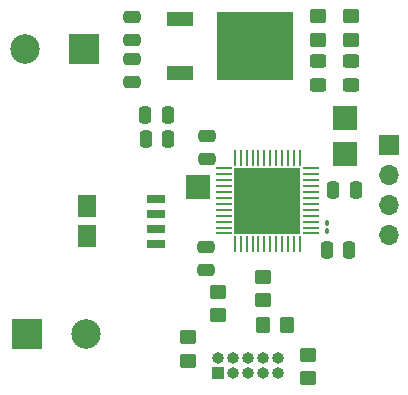
<source format=gbr>
%TF.GenerationSoftware,KiCad,Pcbnew,7.0.10*%
%TF.CreationDate,2024-01-17T14:48:32+01:00*%
%TF.ProjectId,PowerBoard,506f7765-7242-46f6-9172-642e6b696361,rev?*%
%TF.SameCoordinates,Original*%
%TF.FileFunction,Soldermask,Top*%
%TF.FilePolarity,Negative*%
%FSLAX46Y46*%
G04 Gerber Fmt 4.6, Leading zero omitted, Abs format (unit mm)*
G04 Created by KiCad (PCBNEW 7.0.10) date 2024-01-17 14:48:32*
%MOMM*%
%LPD*%
G01*
G04 APERTURE LIST*
G04 Aperture macros list*
%AMRoundRect*
0 Rectangle with rounded corners*
0 $1 Rounding radius*
0 $2 $3 $4 $5 $6 $7 $8 $9 X,Y pos of 4 corners*
0 Add a 4 corners polygon primitive as box body*
4,1,4,$2,$3,$4,$5,$6,$7,$8,$9,$2,$3,0*
0 Add four circle primitives for the rounded corners*
1,1,$1+$1,$2,$3*
1,1,$1+$1,$4,$5*
1,1,$1+$1,$6,$7*
1,1,$1+$1,$8,$9*
0 Add four rect primitives between the rounded corners*
20,1,$1+$1,$2,$3,$4,$5,0*
20,1,$1+$1,$4,$5,$6,$7,0*
20,1,$1+$1,$6,$7,$8,$9,0*
20,1,$1+$1,$8,$9,$2,$3,0*%
G04 Aperture macros list end*
%ADD10R,2.200000X1.200000*%
%ADD11R,6.400000X5.800000*%
%ADD12R,1.580000X1.920000*%
%ADD13R,1.580000X0.650000*%
%ADD14RoundRect,0.062500X0.596500X0.062500X-0.596500X0.062500X-0.596500X-0.062500X0.596500X-0.062500X0*%
%ADD15RoundRect,0.062500X0.062500X0.596500X-0.062500X0.596500X-0.062500X-0.596500X0.062500X-0.596500X0*%
%ADD16R,5.600000X5.600000*%
%ADD17RoundRect,0.100000X-0.100000X0.130000X-0.100000X-0.130000X0.100000X-0.130000X0.100000X0.130000X0*%
%ADD18R,2.000000X2.000000*%
%ADD19RoundRect,0.250000X-0.450000X0.350000X-0.450000X-0.350000X0.450000X-0.350000X0.450000X0.350000X0*%
%ADD20RoundRect,0.250000X0.450000X-0.350000X0.450000X0.350000X-0.450000X0.350000X-0.450000X-0.350000X0*%
%ADD21RoundRect,0.250000X0.350000X0.450000X-0.350000X0.450000X-0.350000X-0.450000X0.350000X-0.450000X0*%
%ADD22RoundRect,0.250000X0.450000X-0.325000X0.450000X0.325000X-0.450000X0.325000X-0.450000X-0.325000X0*%
%ADD23RoundRect,0.250000X0.475000X-0.250000X0.475000X0.250000X-0.475000X0.250000X-0.475000X-0.250000X0*%
%ADD24RoundRect,0.250000X-0.475000X0.250000X-0.475000X-0.250000X0.475000X-0.250000X0.475000X0.250000X0*%
%ADD25RoundRect,0.250000X0.250000X0.475000X-0.250000X0.475000X-0.250000X-0.475000X0.250000X-0.475000X0*%
%ADD26R,1.000000X1.000000*%
%ADD27O,1.000000X1.000000*%
%ADD28R,2.500000X2.500000*%
%ADD29C,2.500000*%
%ADD30R,1.700000X1.700000*%
%ADD31O,1.700000X1.700000*%
G04 APERTURE END LIST*
D10*
%TO.C,*%
X99364000Y-101086000D03*
D11*
X105664000Y-98806000D03*
D10*
X99364000Y-96526000D03*
%TD*%
D12*
%TO.C,IC1*%
X91502000Y-112395000D03*
X91502000Y-114935000D03*
D13*
X97282000Y-115570000D03*
X97282000Y-114300000D03*
X97282000Y-113030000D03*
X97282000Y-111760000D03*
%TD*%
D14*
%TO.C,U2*%
X110401000Y-114702000D03*
X110401000Y-114202000D03*
X110401000Y-113702000D03*
X110401000Y-113202000D03*
X110401000Y-112702000D03*
X110401000Y-112202000D03*
X110401000Y-111702000D03*
X110401000Y-111202000D03*
X110401000Y-110702000D03*
X110401000Y-110202000D03*
X110401000Y-109702000D03*
X110401000Y-109202000D03*
D15*
X109492000Y-108293000D03*
X108992000Y-108293000D03*
X108492000Y-108293000D03*
X107992000Y-108293000D03*
X107492000Y-108293000D03*
X106992000Y-108293000D03*
X106492000Y-108293000D03*
X105992000Y-108293000D03*
X105492000Y-108293000D03*
X104992000Y-108293000D03*
X104492000Y-108293000D03*
X103992000Y-108293000D03*
D14*
X103083000Y-109202000D03*
X103083000Y-109702000D03*
X103083000Y-110202000D03*
X103083000Y-110702000D03*
X103083000Y-111202000D03*
X103083000Y-111702000D03*
X103083000Y-112202000D03*
X103083000Y-112702000D03*
X103083000Y-113202000D03*
X103083000Y-113702000D03*
X103083000Y-114202000D03*
X103083000Y-114702000D03*
D15*
X103992000Y-115611000D03*
X104492000Y-115611000D03*
X104992000Y-115611000D03*
X105492000Y-115611000D03*
X105992000Y-115611000D03*
X106492000Y-115611000D03*
X106992000Y-115611000D03*
X107492000Y-115611000D03*
X107992000Y-115611000D03*
X108492000Y-115611000D03*
X108992000Y-115611000D03*
X109492000Y-115611000D03*
D16*
X106742000Y-111952000D03*
%TD*%
D17*
%TO.C,R5*%
X111760000Y-113853000D03*
X111760000Y-114493000D03*
%TD*%
D18*
%TO.C,TP9*%
X100838000Y-110744000D03*
%TD*%
%TO.C,TP6*%
X113284000Y-104902000D03*
%TD*%
%TO.C,TP5*%
X113284000Y-107950000D03*
%TD*%
D19*
%TO.C,R10*%
X110998000Y-96298000D03*
X110998000Y-98298000D03*
%TD*%
%TO.C,R9*%
X113792000Y-96298000D03*
X113792000Y-98298000D03*
%TD*%
%TO.C,R6*%
X110179500Y-124984000D03*
X110179500Y-126984000D03*
%TD*%
%TO.C,R4*%
X102559500Y-119650000D03*
X102559500Y-121650000D03*
%TD*%
D20*
%TO.C,R3*%
X100019500Y-125476000D03*
X100019500Y-123476000D03*
%TD*%
%TO.C,R2*%
X106369500Y-118380000D03*
X106369500Y-120380000D03*
%TD*%
D21*
%TO.C,R1*%
X108385500Y-122428000D03*
X106385500Y-122428000D03*
%TD*%
D22*
%TO.C,D4*%
X110998000Y-102126000D03*
X110998000Y-100076000D03*
%TD*%
%TO.C,D3*%
X113800000Y-102126000D03*
X113800000Y-100076000D03*
%TD*%
D23*
%TO.C,C8*%
X95250000Y-98298000D03*
X95250000Y-96398000D03*
%TD*%
D24*
%TO.C,C7*%
X95250000Y-99954000D03*
X95250000Y-101854000D03*
%TD*%
D25*
%TO.C,C6*%
X98298000Y-104648000D03*
X96398000Y-104648000D03*
%TD*%
%TO.C,C5*%
X98364000Y-106680000D03*
X96464000Y-106680000D03*
%TD*%
D24*
%TO.C,C4*%
X101600000Y-106492000D03*
X101600000Y-108392000D03*
%TD*%
D25*
%TO.C,C3*%
X114234000Y-110998000D03*
X112334000Y-110998000D03*
%TD*%
%TO.C,C2*%
X113669500Y-116078000D03*
X111769500Y-116078000D03*
%TD*%
D23*
%TO.C,C1*%
X101543500Y-117790000D03*
X101543500Y-115890000D03*
%TD*%
D26*
%TO.C,J4*%
X102559500Y-126492000D03*
D27*
X102559500Y-125222000D03*
X103829500Y-126492000D03*
X103829500Y-125222000D03*
X105099500Y-126492000D03*
X105099500Y-125222000D03*
X106369500Y-126492000D03*
X106369500Y-125222000D03*
X107639500Y-126492000D03*
X107639500Y-125222000D03*
%TD*%
D28*
%TO.C,J2*%
X86360000Y-123190000D03*
D29*
X91360000Y-123190000D03*
%TD*%
D28*
%TO.C,J1*%
X91186000Y-99060000D03*
D29*
X86186000Y-99060000D03*
%TD*%
D30*
%TO.C,J3*%
X117037500Y-107198000D03*
D31*
X117037500Y-109738000D03*
X117037500Y-112278000D03*
X117037500Y-114818000D03*
%TD*%
M02*

</source>
